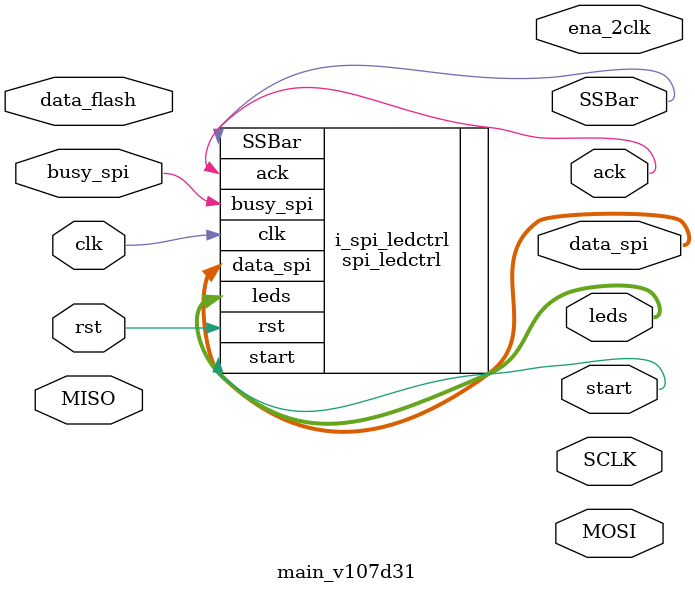
<source format=v>

`default_nettype none

module main #(
 parameter v1408f0 = 8
) (
 input vb286ce,
 input v9de9d9,
 input v8cc021,
 output [7:0] v9afc5b,
 output v6f32c9,
 output v278cff,
 output v749246
);
 localparam p3 = v1408f0;
 wire w0;
 wire [0:7] w1;
 wire w2;
 wire w4;
 wire w5;
 wire w6;
 wire w7;
 wire w8;
 wire w9;
 wire w10;
 wire w11;
 wire w12;
 wire [0:7] w13;
 wire w14;
 wire w15;
 wire w16;
 wire w17;
 wire w18;
 assign w0 = v8cc021;
 assign v9afc5b = w1;
 assign v6f32c9 = w2;
 assign w10 = v8cc021;
 assign v278cff = w11;
 assign v749246 = w12;
 assign w14 = v9de9d9;
 assign w15 = v9de9d9;
 assign w16 = vb286ce;
 assign w17 = vb286ce;
 assign w8 = w7;
 assign w9 = w7;
 assign w9 = w8;
 assign w10 = w0;
 assign w15 = w14;
 assign w17 = w16;
 v862d2a vce6671 (
  .v608bd9(w7)
 );
 v83e08e #(
  .v980c02(p3)
 ) vb6fde8 (
  .v141acd(w4),
  .v49c920(w5),
  .v7d3cb4(w6),
  .v48c7aa(w7),
  .v5ed28b(w8),
  .v31eb2a(w9),
  .vd421f3(w10),
  .vb1496e(w11),
  .v0e813c(w12),
  .v06c25a(w13),
  .ve17a61(w15),
  .v962873(w17),
  .v0c3884(w18)
 );
 main_v107d31 v107d31 (
  .MISO(w0),
  .leds(w1),
  .SSBar(w2),
  .start(w4),
  .busy_spi(w5),
  .ack(w6),
  .data_spi(w13),
  .rst(w14),
  .clk(w16),
  .ena_2clk(w18)
 );
endmodule

/*-------------------------------------------------*/
/*--   */
/*-- - - - - - - - - - - - - - - - - - - - - - - --*/
/*-- 
/*-------------------------------------------------*/
//---- Top entity
module v862d2a (
 output v608bd9
);
 wire w0;
 assign v608bd9 = w0;
 v862d2a_v68c173 v68c173 (
  .v(w0)
 );
endmodule

/*-------------------------------------------------*/
/*-- Bit 0  */
/*-- - - - - - - - - - - - - - - - - - - - - - - --*/
/*-- Assign 0 to the output wire
/*-------------------------------------------------*/

module v862d2a_v68c173 (
 output v
);
 // Bit 0
 
 assign v = 1'b0;
endmodule
//---- Top entity
module v83e08e #(
 parameter v980c02 = 8
) (
 input v962873,
 input ve17a61,
 input v0c3884,
 input v141acd,
 input [7:0] v06c25a,
 input v7d3cb4,
 input v48c7aa,
 input v5ed28b,
 input v31eb2a,
 input vd421f3,
 output [7:0] v9841fd,
 output v49c920,
 output v03edbc,
 output vb1496e,
 output v4cf0a5,
 output v0e813c
);
 localparam p10 = v980c02;
 wire w0;
 wire w1;
 wire w2;
 wire w3;
 wire [0:7] w4;
 wire w5;
 wire w6;
 wire w7;
 wire w8;
 wire w9;
 wire w11;
 wire [0:7] w12;
 wire w13;
 wire w14;
 wire w15;
 wire w16;
 assign w0 = v962873;
 assign w1 = ve17a61;
 assign w2 = v0c3884;
 assign w3 = v141acd;
 assign w4 = v06c25a;
 assign w5 = v7d3cb4;
 assign w6 = v48c7aa;
 assign w7 = v5ed28b;
 assign w8 = v31eb2a;
 assign w9 = vd421f3;
 assign v49c920 = w11;
 assign v9841fd = w12;
 assign v0e813c = w13;
 assign v4cf0a5 = w14;
 assign vb1496e = w15;
 assign v03edbc = w16;
 v83e08e_vf6a642 #(
  .DATA_W(p10)
 ) vf6a642 (
  .clk_i(w0),
  .rst_i(w1),
  .ena_i(w2),
  .start_i(w3),
  .tx_i(w4),
  .ack_i(w5),
  .cpo_i(w6),
  .dord_i(w7),
  .cpha_i(w8),
  .miso_i(w9),
  .busy_o(w11),
  .rx_o(w12),
  .mosi_o(w13),
  .mosi_en_o(w14),
  .sclk_o(w15),
  .irq_o(w16)
 );
endmodule

/*-------------------------------------------------*/
/*--   */
/*-- - - - - - - - - - - - - - - - - - - - - - - --*/
/*-- 
/*-------------------------------------------------*/

module v83e08e_vf6a642 #(
 parameter DATA_W = 0
) (
 input clk_i,
 input rst_i,
 input ena_i,
 input start_i,
 input [7:0] tx_i,
 input ack_i,
 input cpo_i,
 input dord_i,
 input cpha_i,
 input miso_i,
 output [7:0] rx_o,
 output busy_o,
 output irq_o,
 output sclk_o,
 output mosi_en_o,
 output mosi_o
);
 /***********************************************************************
 
   SPI Master
 
   This file is part FPGA Libre project http://fpgalibre.sf.net/
 
   Description:
   Configurable Master Serial Protocol Interface controller.
   This is different than SPI_controller:
   - Modes can be configured with signals, not just generics.
   - The SS logic is left to the upper level.
   - We always return to IDLE before transmitting again.
   - IMPORTANT! assumes that start_i resets the ena_i generator. In
     this way start_i can last 1 clock cycle (no need to wait for
     busy_o to become 1).
 
   To Do:
   -
 
   Author:
     - Salvador E. Tropea, salvador en inti gob ar
 
 ------------------------------------------------------------------------------
 
  Copyright (c) 2017 Salvador E. Tropea <salvador en inti gob ar>
  Copyright (c) 2017 Instituto Nacional de Tecnología Industrial
 
  Distributed under the GPL v2 or newer license
 
 ------------------------------------------------------------------------------
 
  Design unit:      SPI_Master(RTL) (Entity and architecture)
  File name:        spi_master.v
  Note:             None
  Limitations:      None known
  Errors:           None known
  Library:          None
  Dependencies:     IEEE.std_logic_1164
                    IEEE.numeric_std
  Target FPGA:
  Language:         Verilog
  Wishbone:         None
  Synthesis tools:
  Simulation tools: GHDL [Sokcho edition] (0.2x)
  Text editor:      SETEdit 0.5.x
 
 ***********************************************************************/
 //localparam integer CNT_BITS=$clog2(DATA_W);
 localparam integer CNT_BITS=3;
 localparam IDLE=0, LEADING_SCLK=1, TRAILING_SCLK=2, STOP=3; // state_t
 
 reg  [DATA_W-1:0] reg_r=0;
 reg  sclk_r=0;
 wire  sclk_o=0;
 reg  [CNT_BITS-1:0] bit_cnt=0;
 reg  [1:0] state=IDLE; // states for shifter_FSM.
 reg  miso_r; // Sampled MISO
 reg  irq_o;
 
 always @(posedge clk_i)
 begin : shifter_FSM
   if (rst_i)
      begin
      state  <= IDLE;
      sclk_r <= 0;
      irq_o  <= 0;
      end
   else
      begin
      if (ack_i)
         irq_o <= 0;
      case (state)
         IDLE:
           if (start_i) // init transaction
              begin
              state   <= LEADING_SCLK;
              reg_r   <= tx_i;
              bit_cnt <= 0;
              end
         LEADING_SCLK:
           if (ena_i)
              begin
              state  <= TRAILING_SCLK;
              sclk_r <= !sclk_r;
              if (!cpha_i) // Leading sample
                 miso_r <= miso_i;
              end
         TRAILING_SCLK:
           if (ena_i)
              begin
              sclk_r <= !sclk_r;
              if (bit_cnt==DATA_W-1)
                 begin
                 state <= STOP;
                 bit_cnt <= 0;
                 end
              else
                 begin
                 state <= LEADING_SCLK;
                 bit_cnt <= bit_cnt+1;
                 end
              if (cpha_i) // Leading sample
                 miso_r <= miso_i;
              end
         default: // STOP
           // Maintain the last bit for half the clock to finish
           // If we don't do it we could violate the slave hold time
           if (ena_i)
              begin
              irq_o <= 1;
              state <= IDLE;
              end
      endcase
      // Shift in cases
      if (ena_i)
         if (  (state==TRAILING_SCLK && !cpha_i) ||
             (((state==LEADING_SCLK && bit_cnt) || state==STOP) && cpha_i))
            begin
            // Shift
            if (dord_i)
               // Right
               reg_r <= {miso_r,reg_r[DATA_W-1:1]};
            else
               // Left
               reg_r <= {reg_r[DATA_W-2:0],miso_r};
            end
      end // !rst_i
 end // shifter_FSM
 
 // The FSM generates CPOL=0, if CPOL is 1 we just invert
 assign sclk_o=clk_i;
 // MOSI takes the LSB or MSB according to DORD
 assign mosi_o=dord_i ? reg_r[0] : reg_r[DATA_W-1];
 assign mosi_en_o=state!=IDLE;
 assign rx_o=reg_r;
 assign busy_o=state!=IDLE;
 
endmodule

module main_v107d31 (
 input rst,
 input clk,
 input MISO,
 input [7:0] data_flash,
 input busy_spi,
 output [7:0] leds,
 output SCLK,
 output MOSI,
 output SSBar,
 output start,
 output ack,
 output ena_2clk,
 output [7:0] data_spi
);
 // @include spi_ledctrl.v
 
 spi_ledctrl i_spi_ledctrl
 (
   .rst         (rst),
   .clk         (clk),
   //.MISO        (MISO),
   //.data_flash  (data_flash),
   .busy_spi    (busy_spi),
   .leds        (leds),
   //.SCLK        (SCLK),
   //.MOSI        (MOSI),
   .SSBar       (SSBar),
   .start       (start),
   .data_spi    (data_spi),
   .ack         (ack)
 );
endmodule

</source>
